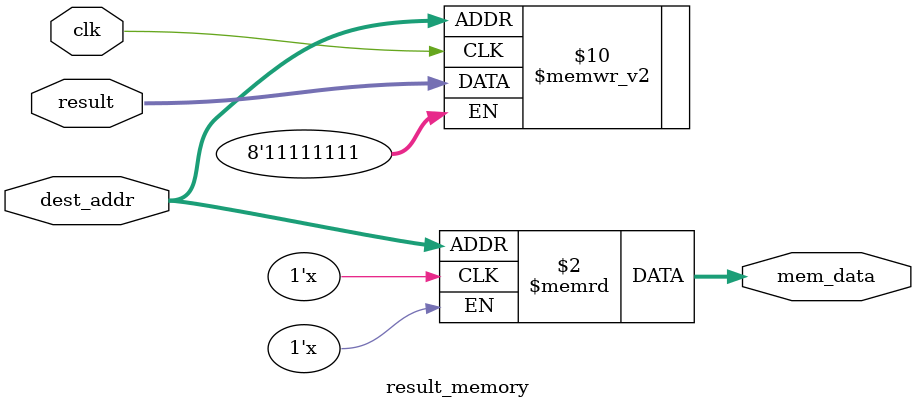
<source format=v>
module result_memory(
    input clk,
    input [1:0] dest_addr,
    input [7:0] result,
    output [7:0] mem_data
);

reg [7:0] mem [3:0]; // 4개의 8비트 메모리 공간

assign mem_data = mem[dest_addr]; // 읽기 데이터

always @(posedge clk) begin
    mem[dest_addr] <= result; // 쓰기 동작
end

endmodule

</source>
